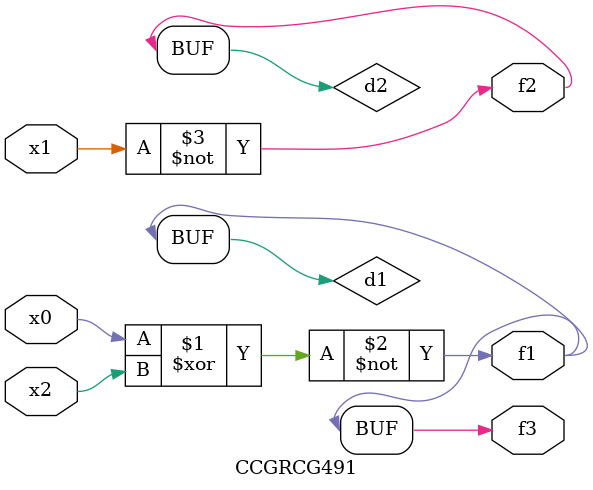
<source format=v>
module CCGRCG491(
	input x0, x1, x2,
	output f1, f2, f3
);

	wire d1, d2, d3;

	xnor (d1, x0, x2);
	nand (d2, x1);
	nor (d3, x1, x2);
	assign f1 = d1;
	assign f2 = d2;
	assign f3 = d1;
endmodule

</source>
